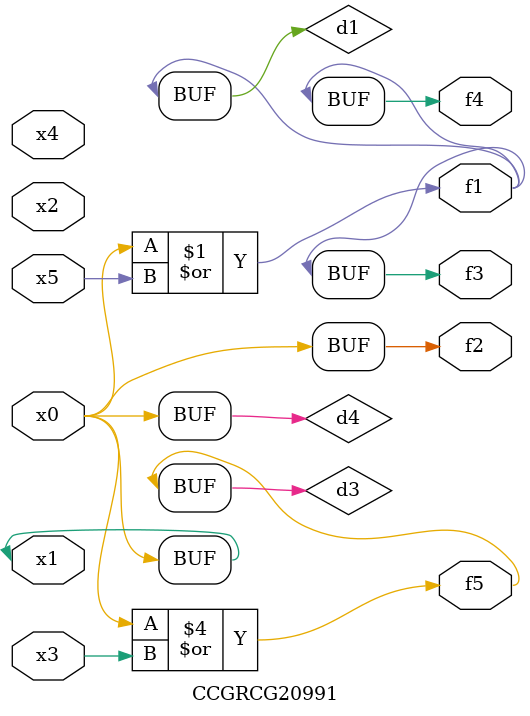
<source format=v>
module CCGRCG20991(
	input x0, x1, x2, x3, x4, x5,
	output f1, f2, f3, f4, f5
);

	wire d1, d2, d3, d4;

	or (d1, x0, x5);
	xnor (d2, x1, x4);
	or (d3, x0, x3);
	buf (d4, x0, x1);
	assign f1 = d1;
	assign f2 = d4;
	assign f3 = d1;
	assign f4 = d1;
	assign f5 = d3;
endmodule

</source>
